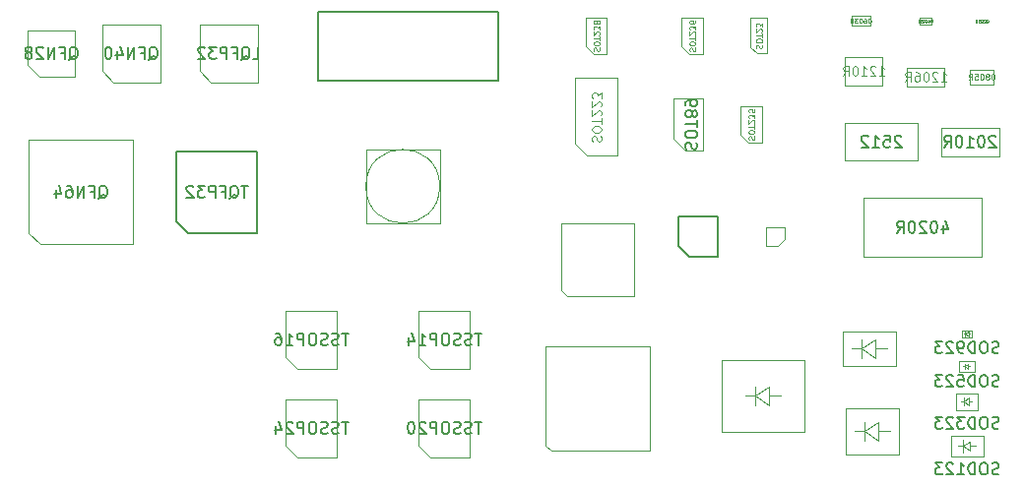
<source format=gbr>
%TF.GenerationSoftware,KiCad,Pcbnew,5.1.8-db9833491~88~ubuntu20.04.1*%
%TF.CreationDate,2020-12-22T00:38:32+08:00*%
%TF.ProjectId,Ingress_BioCard,496e6772-6573-4735-9f42-696f43617264,1.0*%
%TF.SameCoordinates,Original*%
%TF.FileFunction,Other,Fab,Bot*%
%FSLAX46Y46*%
G04 Gerber Fmt 4.6, Leading zero omitted, Abs format (unit mm)*
G04 Created by KiCad (PCBNEW 5.1.8-db9833491~88~ubuntu20.04.1) date 2020-12-22 00:38:32*
%MOMM*%
%LPD*%
G01*
G04 APERTURE LIST*
%ADD10C,0.100000*%
%ADD11C,0.150000*%
%ADD12C,0.120000*%
%ADD13C,0.075000*%
%ADD14C,0.060000*%
%ADD15C,0.080000*%
%ADD16C,0.040000*%
G04 APERTURE END LIST*
D10*
%TO.C,4020R*%
X138410000Y-103114000D02*
X138410000Y-108214000D01*
X138410000Y-108214000D02*
X148610000Y-108214000D01*
X148610000Y-108214000D02*
X148610000Y-103114000D01*
X148610000Y-103114000D02*
X138410000Y-103114000D01*
%TO.C,BGA64*%
X111070000Y-115896000D02*
X120070000Y-115896000D01*
X120070000Y-115896000D02*
X120070000Y-124896000D01*
X120070000Y-124896000D02*
X111570000Y-124896000D01*
X111570000Y-124896000D02*
X111070000Y-124396000D01*
X111070000Y-124396000D02*
X111070000Y-115896000D01*
D11*
%TO.C,BGA36*%
X123408000Y-108159000D02*
X122508000Y-107259000D01*
X122508000Y-107259000D02*
X122508000Y-104693000D01*
X122508000Y-104693000D02*
X125904000Y-104693000D01*
X125904000Y-104693000D02*
X125904000Y-108159000D01*
X125904000Y-108159000D02*
X123408000Y-108159000D01*
D10*
%TO.C,BGA25*%
X118690000Y-111578000D02*
X118690000Y-105338000D01*
X118690000Y-105338000D02*
X112450000Y-105338000D01*
X112450000Y-105338000D02*
X112470000Y-111078000D01*
X112470000Y-111078000D02*
X112950000Y-111578000D01*
X112950000Y-111578000D02*
X118690000Y-111578000D01*
%TO.C,BGA9*%
X131610000Y-105626000D02*
X130010000Y-105626000D01*
X130010000Y-105626000D02*
X130010000Y-107226000D01*
X130010000Y-107226000D02*
X131060000Y-107226000D01*
X131060000Y-107226000D02*
X131610000Y-106676000D01*
X131610000Y-106676000D02*
X131610000Y-105626000D01*
%TO.C,SMA Amphenol*%
X101981000Y-98933000D02*
X95631000Y-98933000D01*
X101981000Y-98933000D02*
X101981000Y-105283000D01*
X101981000Y-105283000D02*
X95631000Y-105283000D01*
X95631000Y-98933000D02*
X95631000Y-105283000D01*
X101981000Y-102108000D02*
G75*
G03*
X101981000Y-102108000I-3175000J0D01*
G01*
D11*
%TO.C,2.4GHz Left*%
X107042000Y-87110000D02*
X107042000Y-93060000D01*
X91542000Y-93060000D02*
X91542000Y-87110000D01*
X107042000Y-93060000D02*
X91542000Y-93060000D01*
X91542000Y-87110000D02*
X107042000Y-87110000D01*
D10*
%TO.C,SOT89*%
X123113000Y-99024000D02*
X124613000Y-99024000D01*
X122113000Y-94524000D02*
X122113000Y-98024000D01*
X124613000Y-94524000D02*
X122113000Y-94524000D01*
X124613000Y-99024000D02*
X124613000Y-94524000D01*
X122113000Y-98024000D02*
X123113000Y-99024000D01*
%TO.C,SOT223*%
X117293000Y-99489000D02*
X117293000Y-92789000D01*
X113593000Y-92789000D02*
X117293000Y-92789000D01*
X114643000Y-99489000D02*
X117293000Y-99489000D01*
X113593000Y-98439000D02*
X113593000Y-92789000D01*
X113593000Y-98439000D02*
X114643000Y-99489000D01*
%TO.C,SOT238*%
X116343000Y-90704000D02*
X116343000Y-87604000D01*
X116343000Y-87604000D02*
X114543000Y-87604000D01*
X114543000Y-90054000D02*
X114543000Y-87604000D01*
X116343000Y-90704000D02*
X115193000Y-90704000D01*
X114543000Y-90054000D02*
X115193000Y-90704000D01*
%TO.C,SOT236*%
X124598000Y-90704000D02*
X124598000Y-87604000D01*
X124598000Y-87604000D02*
X122798000Y-87604000D01*
X122798000Y-90054000D02*
X122798000Y-87604000D01*
X124598000Y-90704000D02*
X123448000Y-90704000D01*
X122798000Y-90054000D02*
X123448000Y-90704000D01*
%TO.C,SOT235*%
X129678000Y-98324000D02*
X129678000Y-95224000D01*
X129678000Y-95224000D02*
X127878000Y-95224000D01*
X127878000Y-97674000D02*
X127878000Y-95224000D01*
X129678000Y-98324000D02*
X128528000Y-98324000D01*
X127878000Y-97674000D02*
X128528000Y-98324000D01*
%TO.C,SOT23*%
X128713000Y-87634000D02*
X130113000Y-87634000D01*
X130113000Y-90674000D02*
X130113000Y-87634000D01*
X128713000Y-90104000D02*
X129263000Y-90674000D01*
X129263000Y-90674000D02*
X130113000Y-90674000D01*
X128713000Y-90104000D02*
X128713000Y-87654000D01*
%TO.C,TSSOP24*%
X88732000Y-124436000D02*
X89732000Y-125436000D01*
X88732000Y-120436000D02*
X88732000Y-124436000D01*
X93132000Y-120436000D02*
X88732000Y-120436000D01*
X93132000Y-125436000D02*
X93132000Y-120436000D01*
X89732000Y-125436000D02*
X93132000Y-125436000D01*
%TO.C,TSSOP20*%
X100162000Y-124436000D02*
X101162000Y-125436000D01*
X100162000Y-120436000D02*
X100162000Y-124436000D01*
X104562000Y-120436000D02*
X100162000Y-120436000D01*
X104562000Y-125436000D02*
X104562000Y-120436000D01*
X101162000Y-125436000D02*
X104562000Y-125436000D01*
%TO.C,TSSOP16*%
X88732000Y-116816000D02*
X89732000Y-117816000D01*
X88732000Y-112816000D02*
X88732000Y-116816000D01*
X93132000Y-112816000D02*
X88732000Y-112816000D01*
X93132000Y-117816000D02*
X93132000Y-112816000D01*
X89732000Y-117816000D02*
X93132000Y-117816000D01*
%TO.C,TSSOP14*%
X100162000Y-116816000D02*
X101162000Y-117816000D01*
X100162000Y-112816000D02*
X100162000Y-116816000D01*
X104562000Y-112816000D02*
X100162000Y-112816000D01*
X104562000Y-117816000D02*
X104562000Y-112816000D01*
X101162000Y-117816000D02*
X104562000Y-117816000D01*
%TO.C,SOD123*%
X147570000Y-124460000D02*
X148070000Y-124460000D01*
X147570000Y-124060000D02*
X146970000Y-124460000D01*
X147570000Y-124860000D02*
X147570000Y-124060000D01*
X146970000Y-124460000D02*
X147570000Y-124860000D01*
X146970000Y-124460000D02*
X146970000Y-123910000D01*
X146970000Y-124460000D02*
X146970000Y-125010000D01*
X146570000Y-124460000D02*
X146970000Y-124460000D01*
X145920000Y-123560000D02*
X145920000Y-125360000D01*
X148720000Y-123560000D02*
X145920000Y-123560000D01*
X148720000Y-125360000D02*
X148720000Y-123560000D01*
X145920000Y-125360000D02*
X148720000Y-125360000D01*
%TO.C,SOD323*%
X147520000Y-120650000D02*
X147770000Y-120650000D01*
X147520000Y-120300000D02*
X147020000Y-120650000D01*
X147520000Y-121000000D02*
X147520000Y-120300000D01*
X147020000Y-120650000D02*
X147520000Y-121000000D01*
X147020000Y-120650000D02*
X146820000Y-120650000D01*
X147020000Y-121000000D02*
X147020000Y-120300000D01*
X146420000Y-119950000D02*
X146420000Y-121350000D01*
X148220000Y-119950000D02*
X146420000Y-119950000D01*
X148220000Y-121350000D02*
X148220000Y-119950000D01*
X146420000Y-121350000D02*
X148220000Y-121350000D01*
%TO.C,SOD523*%
X147420000Y-117602000D02*
X147570000Y-117602000D01*
X147420000Y-117802000D02*
X147120000Y-117602000D01*
X147420000Y-117402000D02*
X147420000Y-117802000D01*
X147120000Y-117602000D02*
X147420000Y-117402000D01*
X147120000Y-117602000D02*
X146970000Y-117602000D01*
X147120000Y-117402000D02*
X147120000Y-117802000D01*
X147970000Y-118052000D02*
X147970000Y-117152000D01*
X146670000Y-118052000D02*
X147970000Y-118052000D01*
X146670000Y-117152000D02*
X146670000Y-118052000D01*
X147970000Y-117152000D02*
X146670000Y-117152000D01*
%TO.C,SOD923*%
X147720000Y-114508000D02*
X146920000Y-114508000D01*
X146920000Y-114508000D02*
X146920000Y-115108000D01*
X146920000Y-115108000D02*
X147720000Y-115108000D01*
X147720000Y-115108000D02*
X147720000Y-114508000D01*
X147170000Y-114608000D02*
X147170000Y-115008000D01*
X147170000Y-114808000D02*
X147070000Y-114808000D01*
X147170000Y-114808000D02*
X147470000Y-114608000D01*
X147470000Y-114608000D02*
X147470000Y-115008000D01*
X147470000Y-115008000D02*
X147170000Y-114808000D01*
X147470000Y-114808000D02*
X147570000Y-114808000D01*
%TO.C,SMC*%
X133344000Y-117042000D02*
X126244000Y-117042000D01*
X126244000Y-117042000D02*
X126244000Y-123242000D01*
X133344000Y-123242000D02*
X133344000Y-117042000D01*
X133344000Y-123242000D02*
X126244000Y-123242000D01*
X129144560Y-120140980D02*
X128242860Y-120140980D01*
X130295180Y-120140980D02*
X131293400Y-120140980D01*
X129144560Y-120941080D02*
X129144560Y-119340880D01*
X130295180Y-119391680D02*
X130295180Y-120941080D01*
X129144560Y-120140980D02*
X130295180Y-119391680D01*
X129144560Y-120140980D02*
X130295180Y-120941080D01*
%TO.C,SMB*%
X141492000Y-121190000D02*
X136892000Y-121190000D01*
X136892000Y-121190000D02*
X136892000Y-125190000D01*
X141492000Y-125190000D02*
X141492000Y-121190000D01*
X141492000Y-125190000D02*
X136892000Y-125190000D01*
X138542560Y-123188980D02*
X137640860Y-123188980D01*
X139693180Y-123188980D02*
X140691400Y-123188980D01*
X138542560Y-123989080D02*
X138542560Y-122388880D01*
X139693180Y-122439680D02*
X139693180Y-123989080D01*
X138542560Y-123188980D02*
X139693180Y-122439680D01*
X138542560Y-123188980D02*
X139693180Y-123989080D01*
%TO.C,SMA*%
X141238000Y-114578000D02*
X136638000Y-114578000D01*
X136638000Y-114578000D02*
X136638000Y-117578000D01*
X141238000Y-117578000D02*
X141238000Y-114578000D01*
X141238000Y-117578000D02*
X136638000Y-117578000D01*
X138288560Y-116076980D02*
X137386860Y-116076980D01*
X139439180Y-116076980D02*
X140437400Y-116076980D01*
X138288560Y-116877080D02*
X138288560Y-115276880D01*
X139439180Y-115327680D02*
X139439180Y-116877080D01*
X138288560Y-116076980D02*
X139439180Y-115327680D01*
X138288560Y-116076980D02*
X139439180Y-116877080D01*
%TO.C,2010R*%
X145074000Y-97048000D02*
X145074000Y-99548000D01*
X145074000Y-99548000D02*
X150074000Y-99548000D01*
X150074000Y-99548000D02*
X150074000Y-97048000D01*
X150074000Y-97048000D02*
X145074000Y-97048000D01*
%TO.C,1210R*%
X136830000Y-90957000D02*
X136830000Y-93447000D01*
X136830000Y-93447000D02*
X140030000Y-93447000D01*
X140030000Y-93447000D02*
X140030000Y-90957000D01*
X140030000Y-90957000D02*
X136830000Y-90957000D01*
%TO.C,LQFP32*%
X82320000Y-93178000D02*
X86320000Y-93178000D01*
X86320000Y-93178000D02*
X86320000Y-88178000D01*
X86320000Y-88178000D02*
X81320000Y-88178000D01*
X81320000Y-88178000D02*
X81320000Y-92178000D01*
X81320000Y-92178000D02*
X82320000Y-93178000D01*
D11*
%TO.C,TQFP32*%
X80304000Y-106116000D02*
X86304000Y-106116000D01*
X86304000Y-106116000D02*
X86304000Y-99116000D01*
X86304000Y-99116000D02*
X79304000Y-99116000D01*
X79304000Y-99116000D02*
X79304000Y-105116000D01*
X79304000Y-105116000D02*
X80304000Y-106116000D01*
D10*
%TO.C,QFN40*%
X73938000Y-93178000D02*
X77938000Y-93178000D01*
X77938000Y-93178000D02*
X77938000Y-88178000D01*
X77938000Y-88178000D02*
X72938000Y-88178000D01*
X72938000Y-88178000D02*
X72938000Y-92178000D01*
X72938000Y-92178000D02*
X73938000Y-93178000D01*
%TO.C,QFN28*%
X67580000Y-92678000D02*
X70580000Y-92678000D01*
X70580000Y-92678000D02*
X70580000Y-88678000D01*
X70580000Y-88678000D02*
X66580000Y-88678000D01*
X66580000Y-88678000D02*
X66580000Y-91678000D01*
X66580000Y-91678000D02*
X67580000Y-92678000D01*
%TO.C,QFN64*%
X66620000Y-106116000D02*
X67620000Y-107116000D01*
X66620000Y-98116000D02*
X66620000Y-106116000D01*
X75620000Y-98116000D02*
X66620000Y-98116000D01*
X75620000Y-107116000D02*
X75620000Y-98116000D01*
X67620000Y-107116000D02*
X75620000Y-107116000D01*
%TO.C,2512*%
X143104000Y-96698000D02*
X136804000Y-96698000D01*
X143104000Y-99898000D02*
X143104000Y-96698000D01*
X136804000Y-99898000D02*
X143104000Y-99898000D01*
X136804000Y-96698000D02*
X136804000Y-99898000D01*
%TO.C,1206R*%
X145364000Y-91910000D02*
X142164000Y-91910000D01*
X145364000Y-93510000D02*
X145364000Y-91910000D01*
X142164000Y-93510000D02*
X145364000Y-93510000D01*
X142164000Y-91910000D02*
X142164000Y-93510000D01*
%TO.C,0603R*%
X138976000Y-87471500D02*
X137376000Y-87471500D01*
X138976000Y-88296500D02*
X138976000Y-87471500D01*
X137376000Y-88296500D02*
X138976000Y-88296500D01*
X137376000Y-87471500D02*
X137376000Y-88296500D01*
%TO.C,0805R*%
X149590000Y-92085000D02*
X147590000Y-92085000D01*
X149590000Y-93335000D02*
X149590000Y-92085000D01*
X147590000Y-93335000D02*
X149590000Y-93335000D01*
X147590000Y-92085000D02*
X147590000Y-93335000D01*
%TO.C,0201R*%
X148890000Y-87734000D02*
X148290000Y-87734000D01*
X148890000Y-88034000D02*
X148890000Y-87734000D01*
X148290000Y-88034000D02*
X148890000Y-88034000D01*
X148290000Y-87734000D02*
X148290000Y-88034000D01*
%TO.C,0402R*%
X144289000Y-87614000D02*
X143239000Y-87614000D01*
X144289000Y-88154000D02*
X144289000Y-87614000D01*
X143239000Y-88154000D02*
X144289000Y-88154000D01*
X143239000Y-87614000D02*
X143239000Y-88154000D01*
%TD*%
%TO.C,4020R*%
D11*
X145248095Y-105449714D02*
X145248095Y-106116380D01*
X145486190Y-105068761D02*
X145724285Y-105783047D01*
X145105238Y-105783047D01*
X144533809Y-105116380D02*
X144438571Y-105116380D01*
X144343333Y-105164000D01*
X144295714Y-105211619D01*
X144248095Y-105306857D01*
X144200476Y-105497333D01*
X144200476Y-105735428D01*
X144248095Y-105925904D01*
X144295714Y-106021142D01*
X144343333Y-106068761D01*
X144438571Y-106116380D01*
X144533809Y-106116380D01*
X144629047Y-106068761D01*
X144676666Y-106021142D01*
X144724285Y-105925904D01*
X144771904Y-105735428D01*
X144771904Y-105497333D01*
X144724285Y-105306857D01*
X144676666Y-105211619D01*
X144629047Y-105164000D01*
X144533809Y-105116380D01*
X143819523Y-105211619D02*
X143771904Y-105164000D01*
X143676666Y-105116380D01*
X143438571Y-105116380D01*
X143343333Y-105164000D01*
X143295714Y-105211619D01*
X143248095Y-105306857D01*
X143248095Y-105402095D01*
X143295714Y-105544952D01*
X143867142Y-106116380D01*
X143248095Y-106116380D01*
X142629047Y-105116380D02*
X142533809Y-105116380D01*
X142438571Y-105164000D01*
X142390952Y-105211619D01*
X142343333Y-105306857D01*
X142295714Y-105497333D01*
X142295714Y-105735428D01*
X142343333Y-105925904D01*
X142390952Y-106021142D01*
X142438571Y-106068761D01*
X142533809Y-106116380D01*
X142629047Y-106116380D01*
X142724285Y-106068761D01*
X142771904Y-106021142D01*
X142819523Y-105925904D01*
X142867142Y-105735428D01*
X142867142Y-105497333D01*
X142819523Y-105306857D01*
X142771904Y-105211619D01*
X142724285Y-105164000D01*
X142629047Y-105116380D01*
X141295714Y-106116380D02*
X141629047Y-105640190D01*
X141867142Y-106116380D02*
X141867142Y-105116380D01*
X141486190Y-105116380D01*
X141390952Y-105164000D01*
X141343333Y-105211619D01*
X141295714Y-105306857D01*
X141295714Y-105449714D01*
X141343333Y-105544952D01*
X141390952Y-105592571D01*
X141486190Y-105640190D01*
X141867142Y-105640190D01*
%TO.C,SOT89*%
X123158238Y-98916857D02*
X123110619Y-98774000D01*
X123110619Y-98535904D01*
X123158238Y-98440666D01*
X123205857Y-98393047D01*
X123301095Y-98345428D01*
X123396333Y-98345428D01*
X123491571Y-98393047D01*
X123539190Y-98440666D01*
X123586809Y-98535904D01*
X123634428Y-98726380D01*
X123682047Y-98821619D01*
X123729666Y-98869238D01*
X123824904Y-98916857D01*
X123920142Y-98916857D01*
X124015380Y-98869238D01*
X124063000Y-98821619D01*
X124110619Y-98726380D01*
X124110619Y-98488285D01*
X124063000Y-98345428D01*
X124110619Y-97726380D02*
X124110619Y-97535904D01*
X124063000Y-97440666D01*
X123967761Y-97345428D01*
X123777285Y-97297809D01*
X123443952Y-97297809D01*
X123253476Y-97345428D01*
X123158238Y-97440666D01*
X123110619Y-97535904D01*
X123110619Y-97726380D01*
X123158238Y-97821619D01*
X123253476Y-97916857D01*
X123443952Y-97964476D01*
X123777285Y-97964476D01*
X123967761Y-97916857D01*
X124063000Y-97821619D01*
X124110619Y-97726380D01*
X124110619Y-97012095D02*
X124110619Y-96440666D01*
X123110619Y-96726380D02*
X124110619Y-96726380D01*
X123682047Y-95964476D02*
X123729666Y-96059714D01*
X123777285Y-96107333D01*
X123872523Y-96154952D01*
X123920142Y-96154952D01*
X124015380Y-96107333D01*
X124063000Y-96059714D01*
X124110619Y-95964476D01*
X124110619Y-95774000D01*
X124063000Y-95678761D01*
X124015380Y-95631142D01*
X123920142Y-95583523D01*
X123872523Y-95583523D01*
X123777285Y-95631142D01*
X123729666Y-95678761D01*
X123682047Y-95774000D01*
X123682047Y-95964476D01*
X123634428Y-96059714D01*
X123586809Y-96107333D01*
X123491571Y-96154952D01*
X123301095Y-96154952D01*
X123205857Y-96107333D01*
X123158238Y-96059714D01*
X123110619Y-95964476D01*
X123110619Y-95774000D01*
X123158238Y-95678761D01*
X123205857Y-95631142D01*
X123301095Y-95583523D01*
X123491571Y-95583523D01*
X123586809Y-95631142D01*
X123634428Y-95678761D01*
X123682047Y-95774000D01*
X123110619Y-95107333D02*
X123110619Y-94916857D01*
X123158238Y-94821619D01*
X123205857Y-94774000D01*
X123348714Y-94678761D01*
X123539190Y-94631142D01*
X123920142Y-94631142D01*
X124015380Y-94678761D01*
X124063000Y-94726380D01*
X124110619Y-94821619D01*
X124110619Y-95012095D01*
X124063000Y-95107333D01*
X124015380Y-95154952D01*
X123920142Y-95202571D01*
X123682047Y-95202571D01*
X123586809Y-95154952D01*
X123539190Y-95107333D01*
X123491571Y-95012095D01*
X123491571Y-94821619D01*
X123539190Y-94726380D01*
X123586809Y-94678761D01*
X123682047Y-94631142D01*
%TO.C,SOT223*%
D12*
X115119190Y-98234238D02*
X115081095Y-98119952D01*
X115081095Y-97929476D01*
X115119190Y-97853285D01*
X115157285Y-97815190D01*
X115233476Y-97777095D01*
X115309666Y-97777095D01*
X115385857Y-97815190D01*
X115423952Y-97853285D01*
X115462047Y-97929476D01*
X115500142Y-98081857D01*
X115538238Y-98158047D01*
X115576333Y-98196142D01*
X115652523Y-98234238D01*
X115728714Y-98234238D01*
X115804904Y-98196142D01*
X115843000Y-98158047D01*
X115881095Y-98081857D01*
X115881095Y-97891380D01*
X115843000Y-97777095D01*
X115881095Y-97281857D02*
X115881095Y-97129476D01*
X115843000Y-97053285D01*
X115766809Y-96977095D01*
X115614428Y-96939000D01*
X115347761Y-96939000D01*
X115195380Y-96977095D01*
X115119190Y-97053285D01*
X115081095Y-97129476D01*
X115081095Y-97281857D01*
X115119190Y-97358047D01*
X115195380Y-97434238D01*
X115347761Y-97472333D01*
X115614428Y-97472333D01*
X115766809Y-97434238D01*
X115843000Y-97358047D01*
X115881095Y-97281857D01*
X115881095Y-96710428D02*
X115881095Y-96253285D01*
X115081095Y-96481857D02*
X115881095Y-96481857D01*
X115804904Y-96024714D02*
X115843000Y-95986619D01*
X115881095Y-95910428D01*
X115881095Y-95719952D01*
X115843000Y-95643761D01*
X115804904Y-95605666D01*
X115728714Y-95567571D01*
X115652523Y-95567571D01*
X115538238Y-95605666D01*
X115081095Y-96062809D01*
X115081095Y-95567571D01*
X115804904Y-95262809D02*
X115843000Y-95224714D01*
X115881095Y-95148523D01*
X115881095Y-94958047D01*
X115843000Y-94881857D01*
X115804904Y-94843761D01*
X115728714Y-94805666D01*
X115652523Y-94805666D01*
X115538238Y-94843761D01*
X115081095Y-95300904D01*
X115081095Y-94805666D01*
X115881095Y-94539000D02*
X115881095Y-94043761D01*
X115576333Y-94310428D01*
X115576333Y-94196142D01*
X115538238Y-94119952D01*
X115500142Y-94081857D01*
X115423952Y-94043761D01*
X115233476Y-94043761D01*
X115157285Y-94081857D01*
X115119190Y-94119952D01*
X115081095Y-94196142D01*
X115081095Y-94424714D01*
X115119190Y-94500904D01*
X115157285Y-94539000D01*
%TO.C,SOT238*%
D13*
X115240619Y-90463523D02*
X115216809Y-90392095D01*
X115216809Y-90273047D01*
X115240619Y-90225428D01*
X115264428Y-90201619D01*
X115312047Y-90177809D01*
X115359666Y-90177809D01*
X115407285Y-90201619D01*
X115431095Y-90225428D01*
X115454904Y-90273047D01*
X115478714Y-90368285D01*
X115502523Y-90415904D01*
X115526333Y-90439714D01*
X115573952Y-90463523D01*
X115621571Y-90463523D01*
X115669190Y-90439714D01*
X115693000Y-90415904D01*
X115716809Y-90368285D01*
X115716809Y-90249238D01*
X115693000Y-90177809D01*
X115716809Y-89868285D02*
X115716809Y-89773047D01*
X115693000Y-89725428D01*
X115645380Y-89677809D01*
X115550142Y-89654000D01*
X115383476Y-89654000D01*
X115288238Y-89677809D01*
X115240619Y-89725428D01*
X115216809Y-89773047D01*
X115216809Y-89868285D01*
X115240619Y-89915904D01*
X115288238Y-89963523D01*
X115383476Y-89987333D01*
X115550142Y-89987333D01*
X115645380Y-89963523D01*
X115693000Y-89915904D01*
X115716809Y-89868285D01*
X115716809Y-89511142D02*
X115716809Y-89225428D01*
X115216809Y-89368285D02*
X115716809Y-89368285D01*
X115669190Y-89082571D02*
X115693000Y-89058761D01*
X115716809Y-89011142D01*
X115716809Y-88892095D01*
X115693000Y-88844476D01*
X115669190Y-88820666D01*
X115621571Y-88796857D01*
X115573952Y-88796857D01*
X115502523Y-88820666D01*
X115216809Y-89106380D01*
X115216809Y-88796857D01*
X115716809Y-88630190D02*
X115716809Y-88320666D01*
X115526333Y-88487333D01*
X115526333Y-88415904D01*
X115502523Y-88368285D01*
X115478714Y-88344476D01*
X115431095Y-88320666D01*
X115312047Y-88320666D01*
X115264428Y-88344476D01*
X115240619Y-88368285D01*
X115216809Y-88415904D01*
X115216809Y-88558761D01*
X115240619Y-88606380D01*
X115264428Y-88630190D01*
X115502523Y-88034952D02*
X115526333Y-88082571D01*
X115550142Y-88106380D01*
X115597761Y-88130190D01*
X115621571Y-88130190D01*
X115669190Y-88106380D01*
X115693000Y-88082571D01*
X115716809Y-88034952D01*
X115716809Y-87939714D01*
X115693000Y-87892095D01*
X115669190Y-87868285D01*
X115621571Y-87844476D01*
X115597761Y-87844476D01*
X115550142Y-87868285D01*
X115526333Y-87892095D01*
X115502523Y-87939714D01*
X115502523Y-88034952D01*
X115478714Y-88082571D01*
X115454904Y-88106380D01*
X115407285Y-88130190D01*
X115312047Y-88130190D01*
X115264428Y-88106380D01*
X115240619Y-88082571D01*
X115216809Y-88034952D01*
X115216809Y-87939714D01*
X115240619Y-87892095D01*
X115264428Y-87868285D01*
X115312047Y-87844476D01*
X115407285Y-87844476D01*
X115454904Y-87868285D01*
X115478714Y-87892095D01*
X115502523Y-87939714D01*
%TO.C,SOT236*%
X123495619Y-90463523D02*
X123471809Y-90392095D01*
X123471809Y-90273047D01*
X123495619Y-90225428D01*
X123519428Y-90201619D01*
X123567047Y-90177809D01*
X123614666Y-90177809D01*
X123662285Y-90201619D01*
X123686095Y-90225428D01*
X123709904Y-90273047D01*
X123733714Y-90368285D01*
X123757523Y-90415904D01*
X123781333Y-90439714D01*
X123828952Y-90463523D01*
X123876571Y-90463523D01*
X123924190Y-90439714D01*
X123948000Y-90415904D01*
X123971809Y-90368285D01*
X123971809Y-90249238D01*
X123948000Y-90177809D01*
X123971809Y-89868285D02*
X123971809Y-89773047D01*
X123948000Y-89725428D01*
X123900380Y-89677809D01*
X123805142Y-89654000D01*
X123638476Y-89654000D01*
X123543238Y-89677809D01*
X123495619Y-89725428D01*
X123471809Y-89773047D01*
X123471809Y-89868285D01*
X123495619Y-89915904D01*
X123543238Y-89963523D01*
X123638476Y-89987333D01*
X123805142Y-89987333D01*
X123900380Y-89963523D01*
X123948000Y-89915904D01*
X123971809Y-89868285D01*
X123971809Y-89511142D02*
X123971809Y-89225428D01*
X123471809Y-89368285D02*
X123971809Y-89368285D01*
X123924190Y-89082571D02*
X123948000Y-89058761D01*
X123971809Y-89011142D01*
X123971809Y-88892095D01*
X123948000Y-88844476D01*
X123924190Y-88820666D01*
X123876571Y-88796857D01*
X123828952Y-88796857D01*
X123757523Y-88820666D01*
X123471809Y-89106380D01*
X123471809Y-88796857D01*
X123971809Y-88630190D02*
X123971809Y-88320666D01*
X123781333Y-88487333D01*
X123781333Y-88415904D01*
X123757523Y-88368285D01*
X123733714Y-88344476D01*
X123686095Y-88320666D01*
X123567047Y-88320666D01*
X123519428Y-88344476D01*
X123495619Y-88368285D01*
X123471809Y-88415904D01*
X123471809Y-88558761D01*
X123495619Y-88606380D01*
X123519428Y-88630190D01*
X123971809Y-87892095D02*
X123971809Y-87987333D01*
X123948000Y-88034952D01*
X123924190Y-88058761D01*
X123852761Y-88106380D01*
X123757523Y-88130190D01*
X123567047Y-88130190D01*
X123519428Y-88106380D01*
X123495619Y-88082571D01*
X123471809Y-88034952D01*
X123471809Y-87939714D01*
X123495619Y-87892095D01*
X123519428Y-87868285D01*
X123567047Y-87844476D01*
X123686095Y-87844476D01*
X123733714Y-87868285D01*
X123757523Y-87892095D01*
X123781333Y-87939714D01*
X123781333Y-88034952D01*
X123757523Y-88082571D01*
X123733714Y-88106380D01*
X123686095Y-88130190D01*
%TO.C,SOT235*%
X128575619Y-98083523D02*
X128551809Y-98012095D01*
X128551809Y-97893047D01*
X128575619Y-97845428D01*
X128599428Y-97821619D01*
X128647047Y-97797809D01*
X128694666Y-97797809D01*
X128742285Y-97821619D01*
X128766095Y-97845428D01*
X128789904Y-97893047D01*
X128813714Y-97988285D01*
X128837523Y-98035904D01*
X128861333Y-98059714D01*
X128908952Y-98083523D01*
X128956571Y-98083523D01*
X129004190Y-98059714D01*
X129028000Y-98035904D01*
X129051809Y-97988285D01*
X129051809Y-97869238D01*
X129028000Y-97797809D01*
X129051809Y-97488285D02*
X129051809Y-97393047D01*
X129028000Y-97345428D01*
X128980380Y-97297809D01*
X128885142Y-97274000D01*
X128718476Y-97274000D01*
X128623238Y-97297809D01*
X128575619Y-97345428D01*
X128551809Y-97393047D01*
X128551809Y-97488285D01*
X128575619Y-97535904D01*
X128623238Y-97583523D01*
X128718476Y-97607333D01*
X128885142Y-97607333D01*
X128980380Y-97583523D01*
X129028000Y-97535904D01*
X129051809Y-97488285D01*
X129051809Y-97131142D02*
X129051809Y-96845428D01*
X128551809Y-96988285D02*
X129051809Y-96988285D01*
X129004190Y-96702571D02*
X129028000Y-96678761D01*
X129051809Y-96631142D01*
X129051809Y-96512095D01*
X129028000Y-96464476D01*
X129004190Y-96440666D01*
X128956571Y-96416857D01*
X128908952Y-96416857D01*
X128837523Y-96440666D01*
X128551809Y-96726380D01*
X128551809Y-96416857D01*
X129051809Y-96250190D02*
X129051809Y-95940666D01*
X128861333Y-96107333D01*
X128861333Y-96035904D01*
X128837523Y-95988285D01*
X128813714Y-95964476D01*
X128766095Y-95940666D01*
X128647047Y-95940666D01*
X128599428Y-95964476D01*
X128575619Y-95988285D01*
X128551809Y-96035904D01*
X128551809Y-96178761D01*
X128575619Y-96226380D01*
X128599428Y-96250190D01*
X129051809Y-95488285D02*
X129051809Y-95726380D01*
X128813714Y-95750190D01*
X128837523Y-95726380D01*
X128861333Y-95678761D01*
X128861333Y-95559714D01*
X128837523Y-95512095D01*
X128813714Y-95488285D01*
X128766095Y-95464476D01*
X128647047Y-95464476D01*
X128599428Y-95488285D01*
X128575619Y-95512095D01*
X128551809Y-95559714D01*
X128551809Y-95678761D01*
X128575619Y-95726380D01*
X128599428Y-95750190D01*
%TO.C,SOT23*%
X129210619Y-90225428D02*
X129186809Y-90154000D01*
X129186809Y-90034952D01*
X129210619Y-89987333D01*
X129234428Y-89963523D01*
X129282047Y-89939714D01*
X129329666Y-89939714D01*
X129377285Y-89963523D01*
X129401095Y-89987333D01*
X129424904Y-90034952D01*
X129448714Y-90130190D01*
X129472523Y-90177809D01*
X129496333Y-90201619D01*
X129543952Y-90225428D01*
X129591571Y-90225428D01*
X129639190Y-90201619D01*
X129663000Y-90177809D01*
X129686809Y-90130190D01*
X129686809Y-90011142D01*
X129663000Y-89939714D01*
X129686809Y-89630190D02*
X129686809Y-89534952D01*
X129663000Y-89487333D01*
X129615380Y-89439714D01*
X129520142Y-89415904D01*
X129353476Y-89415904D01*
X129258238Y-89439714D01*
X129210619Y-89487333D01*
X129186809Y-89534952D01*
X129186809Y-89630190D01*
X129210619Y-89677809D01*
X129258238Y-89725428D01*
X129353476Y-89749238D01*
X129520142Y-89749238D01*
X129615380Y-89725428D01*
X129663000Y-89677809D01*
X129686809Y-89630190D01*
X129686809Y-89273047D02*
X129686809Y-88987333D01*
X129186809Y-89130190D02*
X129686809Y-89130190D01*
X129639190Y-88844476D02*
X129663000Y-88820666D01*
X129686809Y-88773047D01*
X129686809Y-88654000D01*
X129663000Y-88606380D01*
X129639190Y-88582571D01*
X129591571Y-88558761D01*
X129543952Y-88558761D01*
X129472523Y-88582571D01*
X129186809Y-88868285D01*
X129186809Y-88558761D01*
X129686809Y-88392095D02*
X129686809Y-88082571D01*
X129496333Y-88249238D01*
X129496333Y-88177809D01*
X129472523Y-88130190D01*
X129448714Y-88106380D01*
X129401095Y-88082571D01*
X129282047Y-88082571D01*
X129234428Y-88106380D01*
X129210619Y-88130190D01*
X129186809Y-88177809D01*
X129186809Y-88320666D01*
X129210619Y-88368285D01*
X129234428Y-88392095D01*
%TO.C,TSSOP24*%
D11*
X94146285Y-122388380D02*
X93574857Y-122388380D01*
X93860571Y-123388380D02*
X93860571Y-122388380D01*
X93289142Y-123340761D02*
X93146285Y-123388380D01*
X92908190Y-123388380D01*
X92812952Y-123340761D01*
X92765333Y-123293142D01*
X92717714Y-123197904D01*
X92717714Y-123102666D01*
X92765333Y-123007428D01*
X92812952Y-122959809D01*
X92908190Y-122912190D01*
X93098666Y-122864571D01*
X93193904Y-122816952D01*
X93241523Y-122769333D01*
X93289142Y-122674095D01*
X93289142Y-122578857D01*
X93241523Y-122483619D01*
X93193904Y-122436000D01*
X93098666Y-122388380D01*
X92860571Y-122388380D01*
X92717714Y-122436000D01*
X92336761Y-123340761D02*
X92193904Y-123388380D01*
X91955809Y-123388380D01*
X91860571Y-123340761D01*
X91812952Y-123293142D01*
X91765333Y-123197904D01*
X91765333Y-123102666D01*
X91812952Y-123007428D01*
X91860571Y-122959809D01*
X91955809Y-122912190D01*
X92146285Y-122864571D01*
X92241523Y-122816952D01*
X92289142Y-122769333D01*
X92336761Y-122674095D01*
X92336761Y-122578857D01*
X92289142Y-122483619D01*
X92241523Y-122436000D01*
X92146285Y-122388380D01*
X91908190Y-122388380D01*
X91765333Y-122436000D01*
X91146285Y-122388380D02*
X90955809Y-122388380D01*
X90860571Y-122436000D01*
X90765333Y-122531238D01*
X90717714Y-122721714D01*
X90717714Y-123055047D01*
X90765333Y-123245523D01*
X90860571Y-123340761D01*
X90955809Y-123388380D01*
X91146285Y-123388380D01*
X91241523Y-123340761D01*
X91336761Y-123245523D01*
X91384380Y-123055047D01*
X91384380Y-122721714D01*
X91336761Y-122531238D01*
X91241523Y-122436000D01*
X91146285Y-122388380D01*
X90289142Y-123388380D02*
X90289142Y-122388380D01*
X89908190Y-122388380D01*
X89812952Y-122436000D01*
X89765333Y-122483619D01*
X89717714Y-122578857D01*
X89717714Y-122721714D01*
X89765333Y-122816952D01*
X89812952Y-122864571D01*
X89908190Y-122912190D01*
X90289142Y-122912190D01*
X89336761Y-122483619D02*
X89289142Y-122436000D01*
X89193904Y-122388380D01*
X88955809Y-122388380D01*
X88860571Y-122436000D01*
X88812952Y-122483619D01*
X88765333Y-122578857D01*
X88765333Y-122674095D01*
X88812952Y-122816952D01*
X89384380Y-123388380D01*
X88765333Y-123388380D01*
X87908190Y-122721714D02*
X87908190Y-123388380D01*
X88146285Y-122340761D02*
X88384380Y-123055047D01*
X87765333Y-123055047D01*
%TO.C,TSSOP20*%
X105576285Y-122388380D02*
X105004857Y-122388380D01*
X105290571Y-123388380D02*
X105290571Y-122388380D01*
X104719142Y-123340761D02*
X104576285Y-123388380D01*
X104338190Y-123388380D01*
X104242952Y-123340761D01*
X104195333Y-123293142D01*
X104147714Y-123197904D01*
X104147714Y-123102666D01*
X104195333Y-123007428D01*
X104242952Y-122959809D01*
X104338190Y-122912190D01*
X104528666Y-122864571D01*
X104623904Y-122816952D01*
X104671523Y-122769333D01*
X104719142Y-122674095D01*
X104719142Y-122578857D01*
X104671523Y-122483619D01*
X104623904Y-122436000D01*
X104528666Y-122388380D01*
X104290571Y-122388380D01*
X104147714Y-122436000D01*
X103766761Y-123340761D02*
X103623904Y-123388380D01*
X103385809Y-123388380D01*
X103290571Y-123340761D01*
X103242952Y-123293142D01*
X103195333Y-123197904D01*
X103195333Y-123102666D01*
X103242952Y-123007428D01*
X103290571Y-122959809D01*
X103385809Y-122912190D01*
X103576285Y-122864571D01*
X103671523Y-122816952D01*
X103719142Y-122769333D01*
X103766761Y-122674095D01*
X103766761Y-122578857D01*
X103719142Y-122483619D01*
X103671523Y-122436000D01*
X103576285Y-122388380D01*
X103338190Y-122388380D01*
X103195333Y-122436000D01*
X102576285Y-122388380D02*
X102385809Y-122388380D01*
X102290571Y-122436000D01*
X102195333Y-122531238D01*
X102147714Y-122721714D01*
X102147714Y-123055047D01*
X102195333Y-123245523D01*
X102290571Y-123340761D01*
X102385809Y-123388380D01*
X102576285Y-123388380D01*
X102671523Y-123340761D01*
X102766761Y-123245523D01*
X102814380Y-123055047D01*
X102814380Y-122721714D01*
X102766761Y-122531238D01*
X102671523Y-122436000D01*
X102576285Y-122388380D01*
X101719142Y-123388380D02*
X101719142Y-122388380D01*
X101338190Y-122388380D01*
X101242952Y-122436000D01*
X101195333Y-122483619D01*
X101147714Y-122578857D01*
X101147714Y-122721714D01*
X101195333Y-122816952D01*
X101242952Y-122864571D01*
X101338190Y-122912190D01*
X101719142Y-122912190D01*
X100766761Y-122483619D02*
X100719142Y-122436000D01*
X100623904Y-122388380D01*
X100385809Y-122388380D01*
X100290571Y-122436000D01*
X100242952Y-122483619D01*
X100195333Y-122578857D01*
X100195333Y-122674095D01*
X100242952Y-122816952D01*
X100814380Y-123388380D01*
X100195333Y-123388380D01*
X99576285Y-122388380D02*
X99481047Y-122388380D01*
X99385809Y-122436000D01*
X99338190Y-122483619D01*
X99290571Y-122578857D01*
X99242952Y-122769333D01*
X99242952Y-123007428D01*
X99290571Y-123197904D01*
X99338190Y-123293142D01*
X99385809Y-123340761D01*
X99481047Y-123388380D01*
X99576285Y-123388380D01*
X99671523Y-123340761D01*
X99719142Y-123293142D01*
X99766761Y-123197904D01*
X99814380Y-123007428D01*
X99814380Y-122769333D01*
X99766761Y-122578857D01*
X99719142Y-122483619D01*
X99671523Y-122436000D01*
X99576285Y-122388380D01*
%TO.C,TSSOP16*%
X94146285Y-114768380D02*
X93574857Y-114768380D01*
X93860571Y-115768380D02*
X93860571Y-114768380D01*
X93289142Y-115720761D02*
X93146285Y-115768380D01*
X92908190Y-115768380D01*
X92812952Y-115720761D01*
X92765333Y-115673142D01*
X92717714Y-115577904D01*
X92717714Y-115482666D01*
X92765333Y-115387428D01*
X92812952Y-115339809D01*
X92908190Y-115292190D01*
X93098666Y-115244571D01*
X93193904Y-115196952D01*
X93241523Y-115149333D01*
X93289142Y-115054095D01*
X93289142Y-114958857D01*
X93241523Y-114863619D01*
X93193904Y-114816000D01*
X93098666Y-114768380D01*
X92860571Y-114768380D01*
X92717714Y-114816000D01*
X92336761Y-115720761D02*
X92193904Y-115768380D01*
X91955809Y-115768380D01*
X91860571Y-115720761D01*
X91812952Y-115673142D01*
X91765333Y-115577904D01*
X91765333Y-115482666D01*
X91812952Y-115387428D01*
X91860571Y-115339809D01*
X91955809Y-115292190D01*
X92146285Y-115244571D01*
X92241523Y-115196952D01*
X92289142Y-115149333D01*
X92336761Y-115054095D01*
X92336761Y-114958857D01*
X92289142Y-114863619D01*
X92241523Y-114816000D01*
X92146285Y-114768380D01*
X91908190Y-114768380D01*
X91765333Y-114816000D01*
X91146285Y-114768380D02*
X90955809Y-114768380D01*
X90860571Y-114816000D01*
X90765333Y-114911238D01*
X90717714Y-115101714D01*
X90717714Y-115435047D01*
X90765333Y-115625523D01*
X90860571Y-115720761D01*
X90955809Y-115768380D01*
X91146285Y-115768380D01*
X91241523Y-115720761D01*
X91336761Y-115625523D01*
X91384380Y-115435047D01*
X91384380Y-115101714D01*
X91336761Y-114911238D01*
X91241523Y-114816000D01*
X91146285Y-114768380D01*
X90289142Y-115768380D02*
X90289142Y-114768380D01*
X89908190Y-114768380D01*
X89812952Y-114816000D01*
X89765333Y-114863619D01*
X89717714Y-114958857D01*
X89717714Y-115101714D01*
X89765333Y-115196952D01*
X89812952Y-115244571D01*
X89908190Y-115292190D01*
X90289142Y-115292190D01*
X88765333Y-115768380D02*
X89336761Y-115768380D01*
X89051047Y-115768380D02*
X89051047Y-114768380D01*
X89146285Y-114911238D01*
X89241523Y-115006476D01*
X89336761Y-115054095D01*
X87908190Y-114768380D02*
X88098666Y-114768380D01*
X88193904Y-114816000D01*
X88241523Y-114863619D01*
X88336761Y-115006476D01*
X88384380Y-115196952D01*
X88384380Y-115577904D01*
X88336761Y-115673142D01*
X88289142Y-115720761D01*
X88193904Y-115768380D01*
X88003428Y-115768380D01*
X87908190Y-115720761D01*
X87860571Y-115673142D01*
X87812952Y-115577904D01*
X87812952Y-115339809D01*
X87860571Y-115244571D01*
X87908190Y-115196952D01*
X88003428Y-115149333D01*
X88193904Y-115149333D01*
X88289142Y-115196952D01*
X88336761Y-115244571D01*
X88384380Y-115339809D01*
%TO.C,TSSOP14*%
X105576285Y-114768380D02*
X105004857Y-114768380D01*
X105290571Y-115768380D02*
X105290571Y-114768380D01*
X104719142Y-115720761D02*
X104576285Y-115768380D01*
X104338190Y-115768380D01*
X104242952Y-115720761D01*
X104195333Y-115673142D01*
X104147714Y-115577904D01*
X104147714Y-115482666D01*
X104195333Y-115387428D01*
X104242952Y-115339809D01*
X104338190Y-115292190D01*
X104528666Y-115244571D01*
X104623904Y-115196952D01*
X104671523Y-115149333D01*
X104719142Y-115054095D01*
X104719142Y-114958857D01*
X104671523Y-114863619D01*
X104623904Y-114816000D01*
X104528666Y-114768380D01*
X104290571Y-114768380D01*
X104147714Y-114816000D01*
X103766761Y-115720761D02*
X103623904Y-115768380D01*
X103385809Y-115768380D01*
X103290571Y-115720761D01*
X103242952Y-115673142D01*
X103195333Y-115577904D01*
X103195333Y-115482666D01*
X103242952Y-115387428D01*
X103290571Y-115339809D01*
X103385809Y-115292190D01*
X103576285Y-115244571D01*
X103671523Y-115196952D01*
X103719142Y-115149333D01*
X103766761Y-115054095D01*
X103766761Y-114958857D01*
X103719142Y-114863619D01*
X103671523Y-114816000D01*
X103576285Y-114768380D01*
X103338190Y-114768380D01*
X103195333Y-114816000D01*
X102576285Y-114768380D02*
X102385809Y-114768380D01*
X102290571Y-114816000D01*
X102195333Y-114911238D01*
X102147714Y-115101714D01*
X102147714Y-115435047D01*
X102195333Y-115625523D01*
X102290571Y-115720761D01*
X102385809Y-115768380D01*
X102576285Y-115768380D01*
X102671523Y-115720761D01*
X102766761Y-115625523D01*
X102814380Y-115435047D01*
X102814380Y-115101714D01*
X102766761Y-114911238D01*
X102671523Y-114816000D01*
X102576285Y-114768380D01*
X101719142Y-115768380D02*
X101719142Y-114768380D01*
X101338190Y-114768380D01*
X101242952Y-114816000D01*
X101195333Y-114863619D01*
X101147714Y-114958857D01*
X101147714Y-115101714D01*
X101195333Y-115196952D01*
X101242952Y-115244571D01*
X101338190Y-115292190D01*
X101719142Y-115292190D01*
X100195333Y-115768380D02*
X100766761Y-115768380D01*
X100481047Y-115768380D02*
X100481047Y-114768380D01*
X100576285Y-114911238D01*
X100671523Y-115006476D01*
X100766761Y-115054095D01*
X99338190Y-115101714D02*
X99338190Y-115768380D01*
X99576285Y-114720761D02*
X99814380Y-115435047D01*
X99195333Y-115435047D01*
%TO.C,SOD123*%
X150058095Y-126864761D02*
X149915238Y-126912380D01*
X149677142Y-126912380D01*
X149581904Y-126864761D01*
X149534285Y-126817142D01*
X149486666Y-126721904D01*
X149486666Y-126626666D01*
X149534285Y-126531428D01*
X149581904Y-126483809D01*
X149677142Y-126436190D01*
X149867619Y-126388571D01*
X149962857Y-126340952D01*
X150010476Y-126293333D01*
X150058095Y-126198095D01*
X150058095Y-126102857D01*
X150010476Y-126007619D01*
X149962857Y-125960000D01*
X149867619Y-125912380D01*
X149629523Y-125912380D01*
X149486666Y-125960000D01*
X148867619Y-125912380D02*
X148677142Y-125912380D01*
X148581904Y-125960000D01*
X148486666Y-126055238D01*
X148439047Y-126245714D01*
X148439047Y-126579047D01*
X148486666Y-126769523D01*
X148581904Y-126864761D01*
X148677142Y-126912380D01*
X148867619Y-126912380D01*
X148962857Y-126864761D01*
X149058095Y-126769523D01*
X149105714Y-126579047D01*
X149105714Y-126245714D01*
X149058095Y-126055238D01*
X148962857Y-125960000D01*
X148867619Y-125912380D01*
X148010476Y-126912380D02*
X148010476Y-125912380D01*
X147772380Y-125912380D01*
X147629523Y-125960000D01*
X147534285Y-126055238D01*
X147486666Y-126150476D01*
X147439047Y-126340952D01*
X147439047Y-126483809D01*
X147486666Y-126674285D01*
X147534285Y-126769523D01*
X147629523Y-126864761D01*
X147772380Y-126912380D01*
X148010476Y-126912380D01*
X146486666Y-126912380D02*
X147058095Y-126912380D01*
X146772380Y-126912380D02*
X146772380Y-125912380D01*
X146867619Y-126055238D01*
X146962857Y-126150476D01*
X147058095Y-126198095D01*
X146105714Y-126007619D02*
X146058095Y-125960000D01*
X145962857Y-125912380D01*
X145724761Y-125912380D01*
X145629523Y-125960000D01*
X145581904Y-126007619D01*
X145534285Y-126102857D01*
X145534285Y-126198095D01*
X145581904Y-126340952D01*
X146153333Y-126912380D01*
X145534285Y-126912380D01*
X145200952Y-125912380D02*
X144581904Y-125912380D01*
X144915238Y-126293333D01*
X144772380Y-126293333D01*
X144677142Y-126340952D01*
X144629523Y-126388571D01*
X144581904Y-126483809D01*
X144581904Y-126721904D01*
X144629523Y-126817142D01*
X144677142Y-126864761D01*
X144772380Y-126912380D01*
X145058095Y-126912380D01*
X145153333Y-126864761D01*
X145200952Y-126817142D01*
%TO.C,SOD323*%
X150058095Y-122904761D02*
X149915238Y-122952380D01*
X149677142Y-122952380D01*
X149581904Y-122904761D01*
X149534285Y-122857142D01*
X149486666Y-122761904D01*
X149486666Y-122666666D01*
X149534285Y-122571428D01*
X149581904Y-122523809D01*
X149677142Y-122476190D01*
X149867619Y-122428571D01*
X149962857Y-122380952D01*
X150010476Y-122333333D01*
X150058095Y-122238095D01*
X150058095Y-122142857D01*
X150010476Y-122047619D01*
X149962857Y-122000000D01*
X149867619Y-121952380D01*
X149629523Y-121952380D01*
X149486666Y-122000000D01*
X148867619Y-121952380D02*
X148677142Y-121952380D01*
X148581904Y-122000000D01*
X148486666Y-122095238D01*
X148439047Y-122285714D01*
X148439047Y-122619047D01*
X148486666Y-122809523D01*
X148581904Y-122904761D01*
X148677142Y-122952380D01*
X148867619Y-122952380D01*
X148962857Y-122904761D01*
X149058095Y-122809523D01*
X149105714Y-122619047D01*
X149105714Y-122285714D01*
X149058095Y-122095238D01*
X148962857Y-122000000D01*
X148867619Y-121952380D01*
X148010476Y-122952380D02*
X148010476Y-121952380D01*
X147772380Y-121952380D01*
X147629523Y-122000000D01*
X147534285Y-122095238D01*
X147486666Y-122190476D01*
X147439047Y-122380952D01*
X147439047Y-122523809D01*
X147486666Y-122714285D01*
X147534285Y-122809523D01*
X147629523Y-122904761D01*
X147772380Y-122952380D01*
X148010476Y-122952380D01*
X147105714Y-121952380D02*
X146486666Y-121952380D01*
X146820000Y-122333333D01*
X146677142Y-122333333D01*
X146581904Y-122380952D01*
X146534285Y-122428571D01*
X146486666Y-122523809D01*
X146486666Y-122761904D01*
X146534285Y-122857142D01*
X146581904Y-122904761D01*
X146677142Y-122952380D01*
X146962857Y-122952380D01*
X147058095Y-122904761D01*
X147105714Y-122857142D01*
X146105714Y-122047619D02*
X146058095Y-122000000D01*
X145962857Y-121952380D01*
X145724761Y-121952380D01*
X145629523Y-122000000D01*
X145581904Y-122047619D01*
X145534285Y-122142857D01*
X145534285Y-122238095D01*
X145581904Y-122380952D01*
X146153333Y-122952380D01*
X145534285Y-122952380D01*
X145200952Y-121952380D02*
X144581904Y-121952380D01*
X144915238Y-122333333D01*
X144772380Y-122333333D01*
X144677142Y-122380952D01*
X144629523Y-122428571D01*
X144581904Y-122523809D01*
X144581904Y-122761904D01*
X144629523Y-122857142D01*
X144677142Y-122904761D01*
X144772380Y-122952380D01*
X145058095Y-122952380D01*
X145153333Y-122904761D01*
X145200952Y-122857142D01*
%TO.C,SOD523*%
X150058095Y-119306761D02*
X149915238Y-119354380D01*
X149677142Y-119354380D01*
X149581904Y-119306761D01*
X149534285Y-119259142D01*
X149486666Y-119163904D01*
X149486666Y-119068666D01*
X149534285Y-118973428D01*
X149581904Y-118925809D01*
X149677142Y-118878190D01*
X149867619Y-118830571D01*
X149962857Y-118782952D01*
X150010476Y-118735333D01*
X150058095Y-118640095D01*
X150058095Y-118544857D01*
X150010476Y-118449619D01*
X149962857Y-118402000D01*
X149867619Y-118354380D01*
X149629523Y-118354380D01*
X149486666Y-118402000D01*
X148867619Y-118354380D02*
X148677142Y-118354380D01*
X148581904Y-118402000D01*
X148486666Y-118497238D01*
X148439047Y-118687714D01*
X148439047Y-119021047D01*
X148486666Y-119211523D01*
X148581904Y-119306761D01*
X148677142Y-119354380D01*
X148867619Y-119354380D01*
X148962857Y-119306761D01*
X149058095Y-119211523D01*
X149105714Y-119021047D01*
X149105714Y-118687714D01*
X149058095Y-118497238D01*
X148962857Y-118402000D01*
X148867619Y-118354380D01*
X148010476Y-119354380D02*
X148010476Y-118354380D01*
X147772380Y-118354380D01*
X147629523Y-118402000D01*
X147534285Y-118497238D01*
X147486666Y-118592476D01*
X147439047Y-118782952D01*
X147439047Y-118925809D01*
X147486666Y-119116285D01*
X147534285Y-119211523D01*
X147629523Y-119306761D01*
X147772380Y-119354380D01*
X148010476Y-119354380D01*
X146534285Y-118354380D02*
X147010476Y-118354380D01*
X147058095Y-118830571D01*
X147010476Y-118782952D01*
X146915238Y-118735333D01*
X146677142Y-118735333D01*
X146581904Y-118782952D01*
X146534285Y-118830571D01*
X146486666Y-118925809D01*
X146486666Y-119163904D01*
X146534285Y-119259142D01*
X146581904Y-119306761D01*
X146677142Y-119354380D01*
X146915238Y-119354380D01*
X147010476Y-119306761D01*
X147058095Y-119259142D01*
X146105714Y-118449619D02*
X146058095Y-118402000D01*
X145962857Y-118354380D01*
X145724761Y-118354380D01*
X145629523Y-118402000D01*
X145581904Y-118449619D01*
X145534285Y-118544857D01*
X145534285Y-118640095D01*
X145581904Y-118782952D01*
X146153333Y-119354380D01*
X145534285Y-119354380D01*
X145200952Y-118354380D02*
X144581904Y-118354380D01*
X144915238Y-118735333D01*
X144772380Y-118735333D01*
X144677142Y-118782952D01*
X144629523Y-118830571D01*
X144581904Y-118925809D01*
X144581904Y-119163904D01*
X144629523Y-119259142D01*
X144677142Y-119306761D01*
X144772380Y-119354380D01*
X145058095Y-119354380D01*
X145153333Y-119306761D01*
X145200952Y-119259142D01*
%TO.C,SOD923*%
X150058095Y-116412761D02*
X149915238Y-116460380D01*
X149677142Y-116460380D01*
X149581904Y-116412761D01*
X149534285Y-116365142D01*
X149486666Y-116269904D01*
X149486666Y-116174666D01*
X149534285Y-116079428D01*
X149581904Y-116031809D01*
X149677142Y-115984190D01*
X149867619Y-115936571D01*
X149962857Y-115888952D01*
X150010476Y-115841333D01*
X150058095Y-115746095D01*
X150058095Y-115650857D01*
X150010476Y-115555619D01*
X149962857Y-115508000D01*
X149867619Y-115460380D01*
X149629523Y-115460380D01*
X149486666Y-115508000D01*
X148867619Y-115460380D02*
X148677142Y-115460380D01*
X148581904Y-115508000D01*
X148486666Y-115603238D01*
X148439047Y-115793714D01*
X148439047Y-116127047D01*
X148486666Y-116317523D01*
X148581904Y-116412761D01*
X148677142Y-116460380D01*
X148867619Y-116460380D01*
X148962857Y-116412761D01*
X149058095Y-116317523D01*
X149105714Y-116127047D01*
X149105714Y-115793714D01*
X149058095Y-115603238D01*
X148962857Y-115508000D01*
X148867619Y-115460380D01*
X148010476Y-116460380D02*
X148010476Y-115460380D01*
X147772380Y-115460380D01*
X147629523Y-115508000D01*
X147534285Y-115603238D01*
X147486666Y-115698476D01*
X147439047Y-115888952D01*
X147439047Y-116031809D01*
X147486666Y-116222285D01*
X147534285Y-116317523D01*
X147629523Y-116412761D01*
X147772380Y-116460380D01*
X148010476Y-116460380D01*
X146962857Y-116460380D02*
X146772380Y-116460380D01*
X146677142Y-116412761D01*
X146629523Y-116365142D01*
X146534285Y-116222285D01*
X146486666Y-116031809D01*
X146486666Y-115650857D01*
X146534285Y-115555619D01*
X146581904Y-115508000D01*
X146677142Y-115460380D01*
X146867619Y-115460380D01*
X146962857Y-115508000D01*
X147010476Y-115555619D01*
X147058095Y-115650857D01*
X147058095Y-115888952D01*
X147010476Y-115984190D01*
X146962857Y-116031809D01*
X146867619Y-116079428D01*
X146677142Y-116079428D01*
X146581904Y-116031809D01*
X146534285Y-115984190D01*
X146486666Y-115888952D01*
X146105714Y-115555619D02*
X146058095Y-115508000D01*
X145962857Y-115460380D01*
X145724761Y-115460380D01*
X145629523Y-115508000D01*
X145581904Y-115555619D01*
X145534285Y-115650857D01*
X145534285Y-115746095D01*
X145581904Y-115888952D01*
X146153333Y-116460380D01*
X145534285Y-116460380D01*
X145200952Y-115460380D02*
X144581904Y-115460380D01*
X144915238Y-115841333D01*
X144772380Y-115841333D01*
X144677142Y-115888952D01*
X144629523Y-115936571D01*
X144581904Y-116031809D01*
X144581904Y-116269904D01*
X144629523Y-116365142D01*
X144677142Y-116412761D01*
X144772380Y-116460380D01*
X145058095Y-116460380D01*
X145153333Y-116412761D01*
X145200952Y-116365142D01*
%TO.C,2010R*%
X149788285Y-97845619D02*
X149740666Y-97798000D01*
X149645428Y-97750380D01*
X149407333Y-97750380D01*
X149312095Y-97798000D01*
X149264476Y-97845619D01*
X149216857Y-97940857D01*
X149216857Y-98036095D01*
X149264476Y-98178952D01*
X149835904Y-98750380D01*
X149216857Y-98750380D01*
X148597809Y-97750380D02*
X148502571Y-97750380D01*
X148407333Y-97798000D01*
X148359714Y-97845619D01*
X148312095Y-97940857D01*
X148264476Y-98131333D01*
X148264476Y-98369428D01*
X148312095Y-98559904D01*
X148359714Y-98655142D01*
X148407333Y-98702761D01*
X148502571Y-98750380D01*
X148597809Y-98750380D01*
X148693047Y-98702761D01*
X148740666Y-98655142D01*
X148788285Y-98559904D01*
X148835904Y-98369428D01*
X148835904Y-98131333D01*
X148788285Y-97940857D01*
X148740666Y-97845619D01*
X148693047Y-97798000D01*
X148597809Y-97750380D01*
X147312095Y-98750380D02*
X147883523Y-98750380D01*
X147597809Y-98750380D02*
X147597809Y-97750380D01*
X147693047Y-97893238D01*
X147788285Y-97988476D01*
X147883523Y-98036095D01*
X146693047Y-97750380D02*
X146597809Y-97750380D01*
X146502571Y-97798000D01*
X146454952Y-97845619D01*
X146407333Y-97940857D01*
X146359714Y-98131333D01*
X146359714Y-98369428D01*
X146407333Y-98559904D01*
X146454952Y-98655142D01*
X146502571Y-98702761D01*
X146597809Y-98750380D01*
X146693047Y-98750380D01*
X146788285Y-98702761D01*
X146835904Y-98655142D01*
X146883523Y-98559904D01*
X146931142Y-98369428D01*
X146931142Y-98131333D01*
X146883523Y-97940857D01*
X146835904Y-97845619D01*
X146788285Y-97798000D01*
X146693047Y-97750380D01*
X145359714Y-98750380D02*
X145693047Y-98274190D01*
X145931142Y-98750380D02*
X145931142Y-97750380D01*
X145550190Y-97750380D01*
X145454952Y-97798000D01*
X145407333Y-97845619D01*
X145359714Y-97940857D01*
X145359714Y-98083714D01*
X145407333Y-98178952D01*
X145454952Y-98226571D01*
X145550190Y-98274190D01*
X145931142Y-98274190D01*
%TO.C,1210R*%
D12*
X139744285Y-92563904D02*
X140201428Y-92563904D01*
X139972857Y-92563904D02*
X139972857Y-91763904D01*
X140049047Y-91878190D01*
X140125238Y-91954380D01*
X140201428Y-91992476D01*
X139439523Y-91840095D02*
X139401428Y-91802000D01*
X139325238Y-91763904D01*
X139134761Y-91763904D01*
X139058571Y-91802000D01*
X139020476Y-91840095D01*
X138982380Y-91916285D01*
X138982380Y-91992476D01*
X139020476Y-92106761D01*
X139477619Y-92563904D01*
X138982380Y-92563904D01*
X138220476Y-92563904D02*
X138677619Y-92563904D01*
X138449047Y-92563904D02*
X138449047Y-91763904D01*
X138525238Y-91878190D01*
X138601428Y-91954380D01*
X138677619Y-91992476D01*
X137725238Y-91763904D02*
X137649047Y-91763904D01*
X137572857Y-91802000D01*
X137534761Y-91840095D01*
X137496666Y-91916285D01*
X137458571Y-92068666D01*
X137458571Y-92259142D01*
X137496666Y-92411523D01*
X137534761Y-92487714D01*
X137572857Y-92525809D01*
X137649047Y-92563904D01*
X137725238Y-92563904D01*
X137801428Y-92525809D01*
X137839523Y-92487714D01*
X137877619Y-92411523D01*
X137915714Y-92259142D01*
X137915714Y-92068666D01*
X137877619Y-91916285D01*
X137839523Y-91840095D01*
X137801428Y-91802000D01*
X137725238Y-91763904D01*
X136658571Y-92563904D02*
X136925238Y-92182952D01*
X137115714Y-92563904D02*
X137115714Y-91763904D01*
X136810952Y-91763904D01*
X136734761Y-91802000D01*
X136696666Y-91840095D01*
X136658571Y-91916285D01*
X136658571Y-92030571D01*
X136696666Y-92106761D01*
X136734761Y-92144857D01*
X136810952Y-92182952D01*
X137115714Y-92182952D01*
%TO.C,LQFP32*%
D11*
X85915238Y-91130380D02*
X86391428Y-91130380D01*
X86391428Y-90130380D01*
X84915238Y-91225619D02*
X85010476Y-91178000D01*
X85105714Y-91082761D01*
X85248571Y-90939904D01*
X85343809Y-90892285D01*
X85439047Y-90892285D01*
X85391428Y-91130380D02*
X85486666Y-91082761D01*
X85581904Y-90987523D01*
X85629523Y-90797047D01*
X85629523Y-90463714D01*
X85581904Y-90273238D01*
X85486666Y-90178000D01*
X85391428Y-90130380D01*
X85200952Y-90130380D01*
X85105714Y-90178000D01*
X85010476Y-90273238D01*
X84962857Y-90463714D01*
X84962857Y-90797047D01*
X85010476Y-90987523D01*
X85105714Y-91082761D01*
X85200952Y-91130380D01*
X85391428Y-91130380D01*
X84200952Y-90606571D02*
X84534285Y-90606571D01*
X84534285Y-91130380D02*
X84534285Y-90130380D01*
X84058095Y-90130380D01*
X83677142Y-91130380D02*
X83677142Y-90130380D01*
X83296190Y-90130380D01*
X83200952Y-90178000D01*
X83153333Y-90225619D01*
X83105714Y-90320857D01*
X83105714Y-90463714D01*
X83153333Y-90558952D01*
X83200952Y-90606571D01*
X83296190Y-90654190D01*
X83677142Y-90654190D01*
X82772380Y-90130380D02*
X82153333Y-90130380D01*
X82486666Y-90511333D01*
X82343809Y-90511333D01*
X82248571Y-90558952D01*
X82200952Y-90606571D01*
X82153333Y-90701809D01*
X82153333Y-90939904D01*
X82200952Y-91035142D01*
X82248571Y-91082761D01*
X82343809Y-91130380D01*
X82629523Y-91130380D01*
X82724761Y-91082761D01*
X82772380Y-91035142D01*
X81772380Y-90225619D02*
X81724761Y-90178000D01*
X81629523Y-90130380D01*
X81391428Y-90130380D01*
X81296190Y-90178000D01*
X81248571Y-90225619D01*
X81200952Y-90320857D01*
X81200952Y-90416095D01*
X81248571Y-90558952D01*
X81820000Y-91130380D01*
X81200952Y-91130380D01*
%TO.C,TQFP32*%
X85494476Y-102068380D02*
X84923047Y-102068380D01*
X85208761Y-103068380D02*
X85208761Y-102068380D01*
X83923047Y-103163619D02*
X84018285Y-103116000D01*
X84113523Y-103020761D01*
X84256380Y-102877904D01*
X84351619Y-102830285D01*
X84446857Y-102830285D01*
X84399238Y-103068380D02*
X84494476Y-103020761D01*
X84589714Y-102925523D01*
X84637333Y-102735047D01*
X84637333Y-102401714D01*
X84589714Y-102211238D01*
X84494476Y-102116000D01*
X84399238Y-102068380D01*
X84208761Y-102068380D01*
X84113523Y-102116000D01*
X84018285Y-102211238D01*
X83970666Y-102401714D01*
X83970666Y-102735047D01*
X84018285Y-102925523D01*
X84113523Y-103020761D01*
X84208761Y-103068380D01*
X84399238Y-103068380D01*
X83208761Y-102544571D02*
X83542095Y-102544571D01*
X83542095Y-103068380D02*
X83542095Y-102068380D01*
X83065904Y-102068380D01*
X82684952Y-103068380D02*
X82684952Y-102068380D01*
X82304000Y-102068380D01*
X82208761Y-102116000D01*
X82161142Y-102163619D01*
X82113523Y-102258857D01*
X82113523Y-102401714D01*
X82161142Y-102496952D01*
X82208761Y-102544571D01*
X82304000Y-102592190D01*
X82684952Y-102592190D01*
X81780190Y-102068380D02*
X81161142Y-102068380D01*
X81494476Y-102449333D01*
X81351619Y-102449333D01*
X81256380Y-102496952D01*
X81208761Y-102544571D01*
X81161142Y-102639809D01*
X81161142Y-102877904D01*
X81208761Y-102973142D01*
X81256380Y-103020761D01*
X81351619Y-103068380D01*
X81637333Y-103068380D01*
X81732571Y-103020761D01*
X81780190Y-102973142D01*
X80780190Y-102163619D02*
X80732571Y-102116000D01*
X80637333Y-102068380D01*
X80399238Y-102068380D01*
X80304000Y-102116000D01*
X80256380Y-102163619D01*
X80208761Y-102258857D01*
X80208761Y-102354095D01*
X80256380Y-102496952D01*
X80827809Y-103068380D01*
X80208761Y-103068380D01*
%TO.C,QFN40*%
X76961809Y-91225619D02*
X77057047Y-91178000D01*
X77152285Y-91082761D01*
X77295142Y-90939904D01*
X77390380Y-90892285D01*
X77485619Y-90892285D01*
X77438000Y-91130380D02*
X77533238Y-91082761D01*
X77628476Y-90987523D01*
X77676095Y-90797047D01*
X77676095Y-90463714D01*
X77628476Y-90273238D01*
X77533238Y-90178000D01*
X77438000Y-90130380D01*
X77247523Y-90130380D01*
X77152285Y-90178000D01*
X77057047Y-90273238D01*
X77009428Y-90463714D01*
X77009428Y-90797047D01*
X77057047Y-90987523D01*
X77152285Y-91082761D01*
X77247523Y-91130380D01*
X77438000Y-91130380D01*
X76247523Y-90606571D02*
X76580857Y-90606571D01*
X76580857Y-91130380D02*
X76580857Y-90130380D01*
X76104666Y-90130380D01*
X75723714Y-91130380D02*
X75723714Y-90130380D01*
X75152285Y-91130380D01*
X75152285Y-90130380D01*
X74247523Y-90463714D02*
X74247523Y-91130380D01*
X74485619Y-90082761D02*
X74723714Y-90797047D01*
X74104666Y-90797047D01*
X73533238Y-90130380D02*
X73438000Y-90130380D01*
X73342761Y-90178000D01*
X73295142Y-90225619D01*
X73247523Y-90320857D01*
X73199904Y-90511333D01*
X73199904Y-90749428D01*
X73247523Y-90939904D01*
X73295142Y-91035142D01*
X73342761Y-91082761D01*
X73438000Y-91130380D01*
X73533238Y-91130380D01*
X73628476Y-91082761D01*
X73676095Y-91035142D01*
X73723714Y-90939904D01*
X73771333Y-90749428D01*
X73771333Y-90511333D01*
X73723714Y-90320857D01*
X73676095Y-90225619D01*
X73628476Y-90178000D01*
X73533238Y-90130380D01*
%TO.C,QFN28*%
X70103809Y-91225619D02*
X70199047Y-91178000D01*
X70294285Y-91082761D01*
X70437142Y-90939904D01*
X70532380Y-90892285D01*
X70627619Y-90892285D01*
X70580000Y-91130380D02*
X70675238Y-91082761D01*
X70770476Y-90987523D01*
X70818095Y-90797047D01*
X70818095Y-90463714D01*
X70770476Y-90273238D01*
X70675238Y-90178000D01*
X70580000Y-90130380D01*
X70389523Y-90130380D01*
X70294285Y-90178000D01*
X70199047Y-90273238D01*
X70151428Y-90463714D01*
X70151428Y-90797047D01*
X70199047Y-90987523D01*
X70294285Y-91082761D01*
X70389523Y-91130380D01*
X70580000Y-91130380D01*
X69389523Y-90606571D02*
X69722857Y-90606571D01*
X69722857Y-91130380D02*
X69722857Y-90130380D01*
X69246666Y-90130380D01*
X68865714Y-91130380D02*
X68865714Y-90130380D01*
X68294285Y-91130380D01*
X68294285Y-90130380D01*
X67865714Y-90225619D02*
X67818095Y-90178000D01*
X67722857Y-90130380D01*
X67484761Y-90130380D01*
X67389523Y-90178000D01*
X67341904Y-90225619D01*
X67294285Y-90320857D01*
X67294285Y-90416095D01*
X67341904Y-90558952D01*
X67913333Y-91130380D01*
X67294285Y-91130380D01*
X66722857Y-90558952D02*
X66818095Y-90511333D01*
X66865714Y-90463714D01*
X66913333Y-90368476D01*
X66913333Y-90320857D01*
X66865714Y-90225619D01*
X66818095Y-90178000D01*
X66722857Y-90130380D01*
X66532380Y-90130380D01*
X66437142Y-90178000D01*
X66389523Y-90225619D01*
X66341904Y-90320857D01*
X66341904Y-90368476D01*
X66389523Y-90463714D01*
X66437142Y-90511333D01*
X66532380Y-90558952D01*
X66722857Y-90558952D01*
X66818095Y-90606571D01*
X66865714Y-90654190D01*
X66913333Y-90749428D01*
X66913333Y-90939904D01*
X66865714Y-91035142D01*
X66818095Y-91082761D01*
X66722857Y-91130380D01*
X66532380Y-91130380D01*
X66437142Y-91082761D01*
X66389523Y-91035142D01*
X66341904Y-90939904D01*
X66341904Y-90749428D01*
X66389523Y-90654190D01*
X66437142Y-90606571D01*
X66532380Y-90558952D01*
%TO.C,QFN64*%
X72643809Y-103163619D02*
X72739047Y-103116000D01*
X72834285Y-103020761D01*
X72977142Y-102877904D01*
X73072380Y-102830285D01*
X73167619Y-102830285D01*
X73120000Y-103068380D02*
X73215238Y-103020761D01*
X73310476Y-102925523D01*
X73358095Y-102735047D01*
X73358095Y-102401714D01*
X73310476Y-102211238D01*
X73215238Y-102116000D01*
X73120000Y-102068380D01*
X72929523Y-102068380D01*
X72834285Y-102116000D01*
X72739047Y-102211238D01*
X72691428Y-102401714D01*
X72691428Y-102735047D01*
X72739047Y-102925523D01*
X72834285Y-103020761D01*
X72929523Y-103068380D01*
X73120000Y-103068380D01*
X71929523Y-102544571D02*
X72262857Y-102544571D01*
X72262857Y-103068380D02*
X72262857Y-102068380D01*
X71786666Y-102068380D01*
X71405714Y-103068380D02*
X71405714Y-102068380D01*
X70834285Y-103068380D01*
X70834285Y-102068380D01*
X69929523Y-102068380D02*
X70120000Y-102068380D01*
X70215238Y-102116000D01*
X70262857Y-102163619D01*
X70358095Y-102306476D01*
X70405714Y-102496952D01*
X70405714Y-102877904D01*
X70358095Y-102973142D01*
X70310476Y-103020761D01*
X70215238Y-103068380D01*
X70024761Y-103068380D01*
X69929523Y-103020761D01*
X69881904Y-102973142D01*
X69834285Y-102877904D01*
X69834285Y-102639809D01*
X69881904Y-102544571D01*
X69929523Y-102496952D01*
X70024761Y-102449333D01*
X70215238Y-102449333D01*
X70310476Y-102496952D01*
X70358095Y-102544571D01*
X70405714Y-102639809D01*
X68977142Y-102401714D02*
X68977142Y-103068380D01*
X69215238Y-102020761D02*
X69453333Y-102735047D01*
X68834285Y-102735047D01*
%TO.C,2512*%
X141668285Y-97845619D02*
X141620666Y-97798000D01*
X141525428Y-97750380D01*
X141287333Y-97750380D01*
X141192095Y-97798000D01*
X141144476Y-97845619D01*
X141096857Y-97940857D01*
X141096857Y-98036095D01*
X141144476Y-98178952D01*
X141715904Y-98750380D01*
X141096857Y-98750380D01*
X140192095Y-97750380D02*
X140668285Y-97750380D01*
X140715904Y-98226571D01*
X140668285Y-98178952D01*
X140573047Y-98131333D01*
X140334952Y-98131333D01*
X140239714Y-98178952D01*
X140192095Y-98226571D01*
X140144476Y-98321809D01*
X140144476Y-98559904D01*
X140192095Y-98655142D01*
X140239714Y-98702761D01*
X140334952Y-98750380D01*
X140573047Y-98750380D01*
X140668285Y-98702761D01*
X140715904Y-98655142D01*
X139192095Y-98750380D02*
X139763523Y-98750380D01*
X139477809Y-98750380D02*
X139477809Y-97750380D01*
X139573047Y-97893238D01*
X139668285Y-97988476D01*
X139763523Y-98036095D01*
X138811142Y-97845619D02*
X138763523Y-97798000D01*
X138668285Y-97750380D01*
X138430190Y-97750380D01*
X138334952Y-97798000D01*
X138287333Y-97845619D01*
X138239714Y-97940857D01*
X138239714Y-98036095D01*
X138287333Y-98178952D01*
X138858761Y-98750380D01*
X138239714Y-98750380D01*
%TO.C,1206R*%
D12*
X145078285Y-93071904D02*
X145535428Y-93071904D01*
X145306857Y-93071904D02*
X145306857Y-92271904D01*
X145383047Y-92386190D01*
X145459238Y-92462380D01*
X145535428Y-92500476D01*
X144773523Y-92348095D02*
X144735428Y-92310000D01*
X144659238Y-92271904D01*
X144468761Y-92271904D01*
X144392571Y-92310000D01*
X144354476Y-92348095D01*
X144316380Y-92424285D01*
X144316380Y-92500476D01*
X144354476Y-92614761D01*
X144811619Y-93071904D01*
X144316380Y-93071904D01*
X143821142Y-92271904D02*
X143744952Y-92271904D01*
X143668761Y-92310000D01*
X143630666Y-92348095D01*
X143592571Y-92424285D01*
X143554476Y-92576666D01*
X143554476Y-92767142D01*
X143592571Y-92919523D01*
X143630666Y-92995714D01*
X143668761Y-93033809D01*
X143744952Y-93071904D01*
X143821142Y-93071904D01*
X143897333Y-93033809D01*
X143935428Y-92995714D01*
X143973523Y-92919523D01*
X144011619Y-92767142D01*
X144011619Y-92576666D01*
X143973523Y-92424285D01*
X143935428Y-92348095D01*
X143897333Y-92310000D01*
X143821142Y-92271904D01*
X142868761Y-92271904D02*
X143021142Y-92271904D01*
X143097333Y-92310000D01*
X143135428Y-92348095D01*
X143211619Y-92462380D01*
X143249714Y-92614761D01*
X143249714Y-92919523D01*
X143211619Y-92995714D01*
X143173523Y-93033809D01*
X143097333Y-93071904D01*
X142944952Y-93071904D01*
X142868761Y-93033809D01*
X142830666Y-92995714D01*
X142792571Y-92919523D01*
X142792571Y-92729047D01*
X142830666Y-92652857D01*
X142868761Y-92614761D01*
X142944952Y-92576666D01*
X143097333Y-92576666D01*
X143173523Y-92614761D01*
X143211619Y-92652857D01*
X143249714Y-92729047D01*
X141992571Y-93071904D02*
X142259238Y-92690952D01*
X142449714Y-93071904D02*
X142449714Y-92271904D01*
X142144952Y-92271904D01*
X142068761Y-92310000D01*
X142030666Y-92348095D01*
X141992571Y-92424285D01*
X141992571Y-92538571D01*
X142030666Y-92614761D01*
X142068761Y-92652857D01*
X142144952Y-92690952D01*
X142449714Y-92690952D01*
%TO.C,0603R*%
D14*
X138966476Y-87664952D02*
X138928380Y-87664952D01*
X138890285Y-87684000D01*
X138871238Y-87703047D01*
X138852190Y-87741142D01*
X138833142Y-87817333D01*
X138833142Y-87912571D01*
X138852190Y-87988761D01*
X138871238Y-88026857D01*
X138890285Y-88045904D01*
X138928380Y-88064952D01*
X138966476Y-88064952D01*
X139004571Y-88045904D01*
X139023619Y-88026857D01*
X139042666Y-87988761D01*
X139061714Y-87912571D01*
X139061714Y-87817333D01*
X139042666Y-87741142D01*
X139023619Y-87703047D01*
X139004571Y-87684000D01*
X138966476Y-87664952D01*
X138490285Y-87664952D02*
X138566476Y-87664952D01*
X138604571Y-87684000D01*
X138623619Y-87703047D01*
X138661714Y-87760190D01*
X138680761Y-87836380D01*
X138680761Y-87988761D01*
X138661714Y-88026857D01*
X138642666Y-88045904D01*
X138604571Y-88064952D01*
X138528380Y-88064952D01*
X138490285Y-88045904D01*
X138471238Y-88026857D01*
X138452190Y-87988761D01*
X138452190Y-87893523D01*
X138471238Y-87855428D01*
X138490285Y-87836380D01*
X138528380Y-87817333D01*
X138604571Y-87817333D01*
X138642666Y-87836380D01*
X138661714Y-87855428D01*
X138680761Y-87893523D01*
X138204571Y-87664952D02*
X138166476Y-87664952D01*
X138128380Y-87684000D01*
X138109333Y-87703047D01*
X138090285Y-87741142D01*
X138071238Y-87817333D01*
X138071238Y-87912571D01*
X138090285Y-87988761D01*
X138109333Y-88026857D01*
X138128380Y-88045904D01*
X138166476Y-88064952D01*
X138204571Y-88064952D01*
X138242666Y-88045904D01*
X138261714Y-88026857D01*
X138280761Y-87988761D01*
X138299809Y-87912571D01*
X138299809Y-87817333D01*
X138280761Y-87741142D01*
X138261714Y-87703047D01*
X138242666Y-87684000D01*
X138204571Y-87664952D01*
X137937904Y-87664952D02*
X137690285Y-87664952D01*
X137823619Y-87817333D01*
X137766476Y-87817333D01*
X137728380Y-87836380D01*
X137709333Y-87855428D01*
X137690285Y-87893523D01*
X137690285Y-87988761D01*
X137709333Y-88026857D01*
X137728380Y-88045904D01*
X137766476Y-88064952D01*
X137880761Y-88064952D01*
X137918857Y-88045904D01*
X137937904Y-88026857D01*
X137290285Y-88064952D02*
X137423619Y-87874476D01*
X137518857Y-88064952D02*
X137518857Y-87664952D01*
X137366476Y-87664952D01*
X137328380Y-87684000D01*
X137309333Y-87703047D01*
X137290285Y-87741142D01*
X137290285Y-87798285D01*
X137309333Y-87836380D01*
X137328380Y-87855428D01*
X137366476Y-87874476D01*
X137518857Y-87874476D01*
%TO.C,0805R*%
D15*
X149578095Y-92436190D02*
X149530476Y-92436190D01*
X149482857Y-92460000D01*
X149459047Y-92483809D01*
X149435238Y-92531428D01*
X149411428Y-92626666D01*
X149411428Y-92745714D01*
X149435238Y-92840952D01*
X149459047Y-92888571D01*
X149482857Y-92912380D01*
X149530476Y-92936190D01*
X149578095Y-92936190D01*
X149625714Y-92912380D01*
X149649523Y-92888571D01*
X149673333Y-92840952D01*
X149697142Y-92745714D01*
X149697142Y-92626666D01*
X149673333Y-92531428D01*
X149649523Y-92483809D01*
X149625714Y-92460000D01*
X149578095Y-92436190D01*
X149125714Y-92650476D02*
X149173333Y-92626666D01*
X149197142Y-92602857D01*
X149220952Y-92555238D01*
X149220952Y-92531428D01*
X149197142Y-92483809D01*
X149173333Y-92460000D01*
X149125714Y-92436190D01*
X149030476Y-92436190D01*
X148982857Y-92460000D01*
X148959047Y-92483809D01*
X148935238Y-92531428D01*
X148935238Y-92555238D01*
X148959047Y-92602857D01*
X148982857Y-92626666D01*
X149030476Y-92650476D01*
X149125714Y-92650476D01*
X149173333Y-92674285D01*
X149197142Y-92698095D01*
X149220952Y-92745714D01*
X149220952Y-92840952D01*
X149197142Y-92888571D01*
X149173333Y-92912380D01*
X149125714Y-92936190D01*
X149030476Y-92936190D01*
X148982857Y-92912380D01*
X148959047Y-92888571D01*
X148935238Y-92840952D01*
X148935238Y-92745714D01*
X148959047Y-92698095D01*
X148982857Y-92674285D01*
X149030476Y-92650476D01*
X148625714Y-92436190D02*
X148578095Y-92436190D01*
X148530476Y-92460000D01*
X148506666Y-92483809D01*
X148482857Y-92531428D01*
X148459047Y-92626666D01*
X148459047Y-92745714D01*
X148482857Y-92840952D01*
X148506666Y-92888571D01*
X148530476Y-92912380D01*
X148578095Y-92936190D01*
X148625714Y-92936190D01*
X148673333Y-92912380D01*
X148697142Y-92888571D01*
X148720952Y-92840952D01*
X148744761Y-92745714D01*
X148744761Y-92626666D01*
X148720952Y-92531428D01*
X148697142Y-92483809D01*
X148673333Y-92460000D01*
X148625714Y-92436190D01*
X148006666Y-92436190D02*
X148244761Y-92436190D01*
X148268571Y-92674285D01*
X148244761Y-92650476D01*
X148197142Y-92626666D01*
X148078095Y-92626666D01*
X148030476Y-92650476D01*
X148006666Y-92674285D01*
X147982857Y-92721904D01*
X147982857Y-92840952D01*
X148006666Y-92888571D01*
X148030476Y-92912380D01*
X148078095Y-92936190D01*
X148197142Y-92936190D01*
X148244761Y-92912380D01*
X148268571Y-92888571D01*
X147482857Y-92936190D02*
X147649523Y-92698095D01*
X147768571Y-92936190D02*
X147768571Y-92436190D01*
X147578095Y-92436190D01*
X147530476Y-92460000D01*
X147506666Y-92483809D01*
X147482857Y-92531428D01*
X147482857Y-92602857D01*
X147506666Y-92650476D01*
X147530476Y-92674285D01*
X147578095Y-92698095D01*
X147768571Y-92698095D01*
%TO.C,0201R*%
D16*
X149084047Y-87747095D02*
X149060238Y-87747095D01*
X149036428Y-87759000D01*
X149024523Y-87770904D01*
X149012619Y-87794714D01*
X149000714Y-87842333D01*
X149000714Y-87901857D01*
X149012619Y-87949476D01*
X149024523Y-87973285D01*
X149036428Y-87985190D01*
X149060238Y-87997095D01*
X149084047Y-87997095D01*
X149107857Y-87985190D01*
X149119761Y-87973285D01*
X149131666Y-87949476D01*
X149143571Y-87901857D01*
X149143571Y-87842333D01*
X149131666Y-87794714D01*
X149119761Y-87770904D01*
X149107857Y-87759000D01*
X149084047Y-87747095D01*
X148905476Y-87770904D02*
X148893571Y-87759000D01*
X148869761Y-87747095D01*
X148810238Y-87747095D01*
X148786428Y-87759000D01*
X148774523Y-87770904D01*
X148762619Y-87794714D01*
X148762619Y-87818523D01*
X148774523Y-87854238D01*
X148917380Y-87997095D01*
X148762619Y-87997095D01*
X148607857Y-87747095D02*
X148584047Y-87747095D01*
X148560238Y-87759000D01*
X148548333Y-87770904D01*
X148536428Y-87794714D01*
X148524523Y-87842333D01*
X148524523Y-87901857D01*
X148536428Y-87949476D01*
X148548333Y-87973285D01*
X148560238Y-87985190D01*
X148584047Y-87997095D01*
X148607857Y-87997095D01*
X148631666Y-87985190D01*
X148643571Y-87973285D01*
X148655476Y-87949476D01*
X148667380Y-87901857D01*
X148667380Y-87842333D01*
X148655476Y-87794714D01*
X148643571Y-87770904D01*
X148631666Y-87759000D01*
X148607857Y-87747095D01*
X148286428Y-87997095D02*
X148429285Y-87997095D01*
X148357857Y-87997095D02*
X148357857Y-87747095D01*
X148381666Y-87782809D01*
X148405476Y-87806619D01*
X148429285Y-87818523D01*
X148036428Y-87997095D02*
X148119761Y-87878047D01*
X148179285Y-87997095D02*
X148179285Y-87747095D01*
X148084047Y-87747095D01*
X148060238Y-87759000D01*
X148048333Y-87770904D01*
X148036428Y-87794714D01*
X148036428Y-87830428D01*
X148048333Y-87854238D01*
X148060238Y-87866142D01*
X148084047Y-87878047D01*
X148179285Y-87878047D01*
%TO.C,0402R*%
X144277809Y-87741619D02*
X144253047Y-87741619D01*
X144228285Y-87754000D01*
X144215904Y-87766380D01*
X144203523Y-87791142D01*
X144191142Y-87840666D01*
X144191142Y-87902571D01*
X144203523Y-87952095D01*
X144215904Y-87976857D01*
X144228285Y-87989238D01*
X144253047Y-88001619D01*
X144277809Y-88001619D01*
X144302571Y-87989238D01*
X144314952Y-87976857D01*
X144327333Y-87952095D01*
X144339714Y-87902571D01*
X144339714Y-87840666D01*
X144327333Y-87791142D01*
X144314952Y-87766380D01*
X144302571Y-87754000D01*
X144277809Y-87741619D01*
X143968285Y-87828285D02*
X143968285Y-88001619D01*
X144030190Y-87729238D02*
X144092095Y-87914952D01*
X143931142Y-87914952D01*
X143782571Y-87741619D02*
X143757809Y-87741619D01*
X143733047Y-87754000D01*
X143720666Y-87766380D01*
X143708285Y-87791142D01*
X143695904Y-87840666D01*
X143695904Y-87902571D01*
X143708285Y-87952095D01*
X143720666Y-87976857D01*
X143733047Y-87989238D01*
X143757809Y-88001619D01*
X143782571Y-88001619D01*
X143807333Y-87989238D01*
X143819714Y-87976857D01*
X143832095Y-87952095D01*
X143844476Y-87902571D01*
X143844476Y-87840666D01*
X143832095Y-87791142D01*
X143819714Y-87766380D01*
X143807333Y-87754000D01*
X143782571Y-87741619D01*
X143596857Y-87766380D02*
X143584476Y-87754000D01*
X143559714Y-87741619D01*
X143497809Y-87741619D01*
X143473047Y-87754000D01*
X143460666Y-87766380D01*
X143448285Y-87791142D01*
X143448285Y-87815904D01*
X143460666Y-87853047D01*
X143609238Y-88001619D01*
X143448285Y-88001619D01*
X143188285Y-88001619D02*
X143274952Y-87877809D01*
X143336857Y-88001619D02*
X143336857Y-87741619D01*
X143237809Y-87741619D01*
X143213047Y-87754000D01*
X143200666Y-87766380D01*
X143188285Y-87791142D01*
X143188285Y-87828285D01*
X143200666Y-87853047D01*
X143213047Y-87865428D01*
X143237809Y-87877809D01*
X143336857Y-87877809D01*
%TD*%
M02*

</source>
